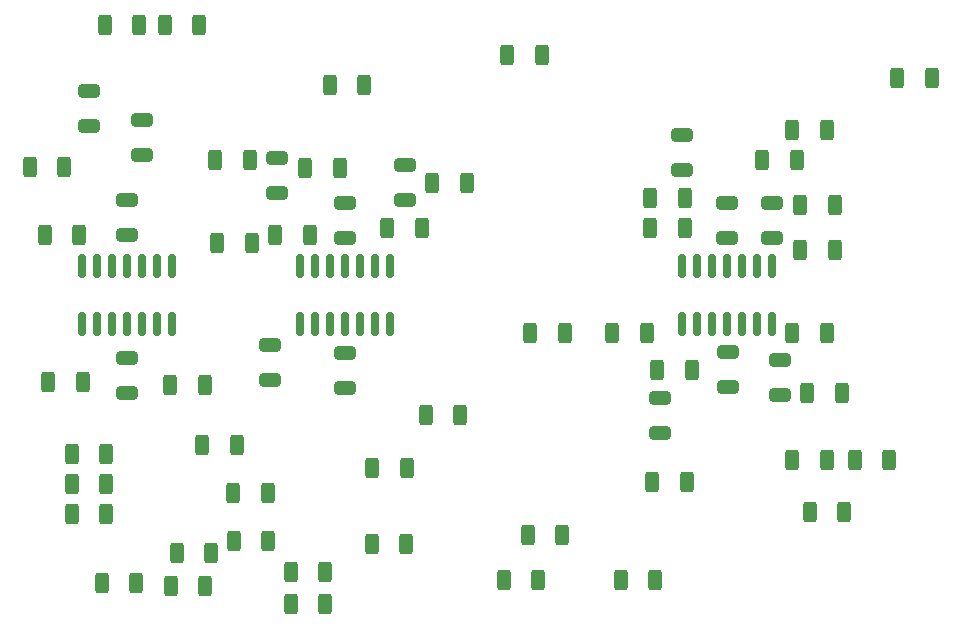
<source format=gtp>
G04 #@! TF.GenerationSoftware,KiCad,Pcbnew,8.0.4*
G04 #@! TF.CreationDate,2024-08-16T16:00:28+02:00*
G04 #@! TF.ProjectId,Purrtico_M,50757272-7469-4636-9f5f-4d2e6b696361,01*
G04 #@! TF.SameCoordinates,Original*
G04 #@! TF.FileFunction,Paste,Top*
G04 #@! TF.FilePolarity,Positive*
%FSLAX46Y46*%
G04 Gerber Fmt 4.6, Leading zero omitted, Abs format (unit mm)*
G04 Created by KiCad (PCBNEW 8.0.4) date 2024-08-16 16:00:28*
%MOMM*%
%LPD*%
G01*
G04 APERTURE LIST*
G04 Aperture macros list*
%AMRoundRect*
0 Rectangle with rounded corners*
0 $1 Rounding radius*
0 $2 $3 $4 $5 $6 $7 $8 $9 X,Y pos of 4 corners*
0 Add a 4 corners polygon primitive as box body*
4,1,4,$2,$3,$4,$5,$6,$7,$8,$9,$2,$3,0*
0 Add four circle primitives for the rounded corners*
1,1,$1+$1,$2,$3*
1,1,$1+$1,$4,$5*
1,1,$1+$1,$6,$7*
1,1,$1+$1,$8,$9*
0 Add four rect primitives between the rounded corners*
20,1,$1+$1,$2,$3,$4,$5,0*
20,1,$1+$1,$4,$5,$6,$7,0*
20,1,$1+$1,$6,$7,$8,$9,0*
20,1,$1+$1,$8,$9,$2,$3,0*%
G04 Aperture macros list end*
%ADD10RoundRect,0.250000X0.312500X0.625000X-0.312500X0.625000X-0.312500X-0.625000X0.312500X-0.625000X0*%
%ADD11RoundRect,0.250000X-0.312500X-0.625000X0.312500X-0.625000X0.312500X0.625000X-0.312500X0.625000X0*%
%ADD12RoundRect,0.250000X0.650000X-0.325000X0.650000X0.325000X-0.650000X0.325000X-0.650000X-0.325000X0*%
%ADD13RoundRect,0.250000X-0.650000X0.325000X-0.650000X-0.325000X0.650000X-0.325000X0.650000X0.325000X0*%
%ADD14RoundRect,0.150000X-0.150000X0.825000X-0.150000X-0.825000X0.150000X-0.825000X0.150000X0.825000X0*%
G04 APERTURE END LIST*
D10*
X94172500Y-30480000D03*
X91247500Y-30480000D03*
D11*
X137427500Y-45120000D03*
X140352500Y-45120000D03*
D10*
X118127500Y-47660000D03*
X115202500Y-47660000D03*
X93918500Y-77724000D03*
X90993500Y-77724000D03*
X105046500Y-70104000D03*
X102121500Y-70104000D03*
D11*
X149492500Y-56550000D03*
X152417500Y-56550000D03*
X84897500Y-42545000D03*
X87822500Y-42545000D03*
D12*
X94440000Y-41480000D03*
X94440000Y-38530000D03*
D13*
X148415000Y-58885000D03*
X148415000Y-61835000D03*
D14*
X147780000Y-50900000D03*
X146510000Y-50900000D03*
X145240000Y-50900000D03*
X143970000Y-50900000D03*
X142700000Y-50900000D03*
X141430000Y-50900000D03*
X140160000Y-50900000D03*
X140160000Y-55850000D03*
X141430000Y-55850000D03*
X142700000Y-55850000D03*
X143970000Y-55850000D03*
X145240000Y-55850000D03*
X146510000Y-55850000D03*
X147780000Y-55850000D03*
D12*
X140160000Y-42785000D03*
X140160000Y-39835000D03*
D10*
X108602500Y-48260000D03*
X105677500Y-48260000D03*
X140987500Y-59725000D03*
X138062500Y-59725000D03*
D11*
X88453500Y-71882000D03*
X91378500Y-71882000D03*
X149492500Y-67345000D03*
X152417500Y-67345000D03*
D12*
X105870000Y-44690000D03*
X105870000Y-41740000D03*
D13*
X111585000Y-58250000D03*
X111585000Y-61200000D03*
D10*
X153862500Y-71755000D03*
X150937500Y-71755000D03*
X153052500Y-45755000D03*
X150127500Y-45755000D03*
X137860500Y-77470000D03*
X134935500Y-77470000D03*
D11*
X118425500Y-63535000D03*
X121350500Y-63535000D03*
X102169500Y-74168000D03*
X105094500Y-74168000D03*
D13*
X143970000Y-45550000D03*
X143970000Y-48500000D03*
D14*
X96980000Y-50900000D03*
X95710000Y-50900000D03*
X94440000Y-50900000D03*
X93170000Y-50900000D03*
X91900000Y-50900000D03*
X90630000Y-50900000D03*
X89360000Y-50900000D03*
X89360000Y-55850000D03*
X90630000Y-55850000D03*
X91900000Y-55850000D03*
X93170000Y-55850000D03*
X94440000Y-55850000D03*
X95710000Y-55850000D03*
X96980000Y-55850000D03*
D12*
X138255000Y-65010000D03*
X138255000Y-62060000D03*
D10*
X99252500Y-30480000D03*
X96327500Y-30480000D03*
X116778500Y-74422000D03*
X113853500Y-74422000D03*
D12*
X147780000Y-48500000D03*
X147780000Y-45550000D03*
D11*
X97343500Y-75184000D03*
X100268500Y-75184000D03*
D13*
X144018000Y-58215000D03*
X144018000Y-61165000D03*
D11*
X119012500Y-43850000D03*
X121937500Y-43850000D03*
X154747500Y-67310000D03*
X157672500Y-67310000D03*
X150762500Y-61630000D03*
X153687500Y-61630000D03*
X100790000Y-48930000D03*
X103715000Y-48930000D03*
D13*
X105235000Y-57580000D03*
X105235000Y-60530000D03*
D11*
X99502500Y-66040000D03*
X102427500Y-66040000D03*
D13*
X89916000Y-36117000D03*
X89916000Y-39067000D03*
D11*
X137602500Y-69215000D03*
X140527500Y-69215000D03*
D10*
X140352500Y-47660000D03*
X137427500Y-47660000D03*
X130192500Y-56550000D03*
X127267500Y-56550000D03*
X111142500Y-42580000D03*
X108217500Y-42580000D03*
D11*
X113932500Y-67980000D03*
X116857500Y-67980000D03*
D10*
X109920500Y-76835000D03*
X106995500Y-76835000D03*
X113222500Y-35560000D03*
X110297500Y-35560000D03*
D11*
X86167500Y-48260000D03*
X89092500Y-48260000D03*
D10*
X128287500Y-33020000D03*
X125362500Y-33020000D03*
D14*
X115395000Y-50900000D03*
X114125000Y-50900000D03*
X112855000Y-50900000D03*
X111585000Y-50900000D03*
X110315000Y-50900000D03*
X109045000Y-50900000D03*
X107775000Y-50900000D03*
X107775000Y-55850000D03*
X109045000Y-55850000D03*
X110315000Y-55850000D03*
X111585000Y-55850000D03*
X112855000Y-55850000D03*
X114125000Y-55850000D03*
X115395000Y-55850000D03*
D11*
X96835500Y-77978000D03*
X99760500Y-77978000D03*
D10*
X109920500Y-79502000D03*
X106995500Y-79502000D03*
D11*
X146952500Y-41945000D03*
X149877500Y-41945000D03*
D10*
X129986500Y-73660000D03*
X127061500Y-73660000D03*
X153052500Y-49565000D03*
X150127500Y-49565000D03*
D13*
X111585000Y-45550000D03*
X111585000Y-48500000D03*
X93170000Y-58680000D03*
X93170000Y-61630000D03*
D10*
X99712500Y-60995000D03*
X96787500Y-60995000D03*
D11*
X134252500Y-56550000D03*
X137177500Y-56550000D03*
D10*
X161307500Y-34960000D03*
X158382500Y-34960000D03*
D11*
X149492500Y-39405000D03*
X152417500Y-39405000D03*
D12*
X116665000Y-45325000D03*
X116665000Y-42375000D03*
D10*
X89408000Y-60706000D03*
X86483000Y-60706000D03*
X103522500Y-41910000D03*
X100597500Y-41910000D03*
D11*
X125029500Y-77470000D03*
X127954500Y-77470000D03*
D10*
X91378500Y-66802000D03*
X88453500Y-66802000D03*
D13*
X93170000Y-45345000D03*
X93170000Y-48295000D03*
D10*
X91378500Y-69342000D03*
X88453500Y-69342000D03*
M02*

</source>
